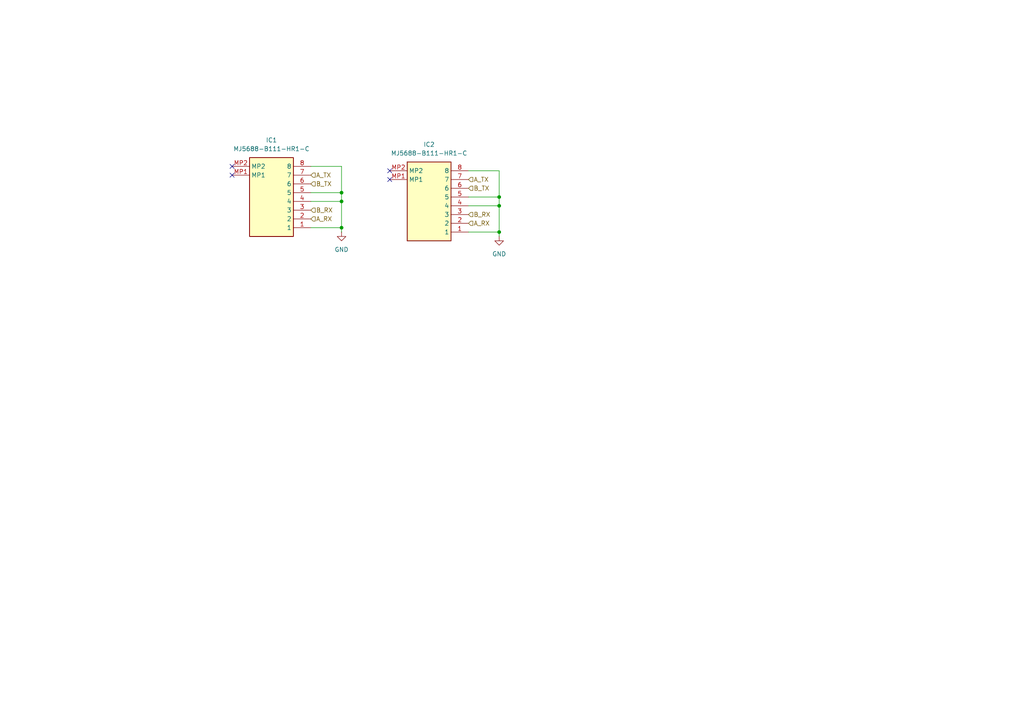
<source format=kicad_sch>
(kicad_sch
	(version 20231120)
	(generator "eeschema")
	(generator_version "8.0")
	(uuid "3757e263-ad52-48fe-9583-b07188bfe347")
	(paper "A4")
	(title_block
		(title "BioReactify Master")
		(rev "400")
		(comment 1 "Controller & Measurement Board")
		(comment 2 "Alexis Saldivar")
	)
	(lib_symbols
		(symbol "SamacSys_Parts:MJ5688-B111-HR1-C"
			(exclude_from_sim no)
			(in_bom yes)
			(on_board yes)
			(property "Reference" "IC"
				(at 19.05 7.62 0)
				(effects
					(font
						(size 1.27 1.27)
					)
					(justify left top)
				)
			)
			(property "Value" "MJ5688-B111-HR1-C"
				(at 19.05 5.08 0)
				(effects
					(font
						(size 1.27 1.27)
					)
					(justify left top)
				)
			)
			(property "Footprint" "MJ5688B111HR1C"
				(at 19.05 -94.92 0)
				(effects
					(font
						(size 1.27 1.27)
					)
					(justify left top)
					(hide yes)
				)
			)
			(property "Datasheet" "https://datasheet.lcsc.com/lcsc/2003281412_Heling-MJ5688-B111-HR1-C_C501471.pdf"
				(at 19.05 -194.92 0)
				(effects
					(font
						(size 1.27 1.27)
					)
					(justify left top)
					(hide yes)
				)
			)
			(property "Description" "RJ45 RJReceptacle 1 Yes Surface Mount Without LED -40~+80 SMD Ethernet Connectors/Modular Connectors (RJ45 RJ11) ROHS"
				(at 0 0 0)
				(effects
					(font
						(size 1.27 1.27)
					)
					(hide yes)
				)
			)
			(property "Height" "13.8"
				(at 19.05 -394.92 0)
				(effects
					(font
						(size 1.27 1.27)
					)
					(justify left top)
					(hide yes)
				)
			)
			(property "Manufacturer_Name" "Heling"
				(at 19.05 -494.92 0)
				(effects
					(font
						(size 1.27 1.27)
					)
					(justify left top)
					(hide yes)
				)
			)
			(property "Manufacturer_Part_Number" "MJ5688-B111-HR1-C"
				(at 19.05 -594.92 0)
				(effects
					(font
						(size 1.27 1.27)
					)
					(justify left top)
					(hide yes)
				)
			)
			(property "Mouser Part Number" ""
				(at 19.05 -694.92 0)
				(effects
					(font
						(size 1.27 1.27)
					)
					(justify left top)
					(hide yes)
				)
			)
			(property "Mouser Price/Stock" ""
				(at 19.05 -794.92 0)
				(effects
					(font
						(size 1.27 1.27)
					)
					(justify left top)
					(hide yes)
				)
			)
			(property "Arrow Part Number" ""
				(at 19.05 -894.92 0)
				(effects
					(font
						(size 1.27 1.27)
					)
					(justify left top)
					(hide yes)
				)
			)
			(property "Arrow Price/Stock" ""
				(at 19.05 -994.92 0)
				(effects
					(font
						(size 1.27 1.27)
					)
					(justify left top)
					(hide yes)
				)
			)
			(symbol "MJ5688-B111-HR1-C_1_1"
				(rectangle
					(start 5.08 2.54)
					(end 17.78 -20.32)
					(stroke
						(width 0.254)
						(type default)
					)
					(fill
						(type background)
					)
				)
				(pin passive line
					(at 22.86 -17.78 180)
					(length 5.08)
					(name "1"
						(effects
							(font
								(size 1.27 1.27)
							)
						)
					)
					(number "1"
						(effects
							(font
								(size 1.27 1.27)
							)
						)
					)
				)
				(pin passive line
					(at 22.86 -15.24 180)
					(length 5.08)
					(name "2"
						(effects
							(font
								(size 1.27 1.27)
							)
						)
					)
					(number "2"
						(effects
							(font
								(size 1.27 1.27)
							)
						)
					)
				)
				(pin passive line
					(at 22.86 -12.7 180)
					(length 5.08)
					(name "3"
						(effects
							(font
								(size 1.27 1.27)
							)
						)
					)
					(number "3"
						(effects
							(font
								(size 1.27 1.27)
							)
						)
					)
				)
				(pin passive line
					(at 22.86 -10.16 180)
					(length 5.08)
					(name "4"
						(effects
							(font
								(size 1.27 1.27)
							)
						)
					)
					(number "4"
						(effects
							(font
								(size 1.27 1.27)
							)
						)
					)
				)
				(pin passive line
					(at 22.86 -7.62 180)
					(length 5.08)
					(name "5"
						(effects
							(font
								(size 1.27 1.27)
							)
						)
					)
					(number "5"
						(effects
							(font
								(size 1.27 1.27)
							)
						)
					)
				)
				(pin passive line
					(at 22.86 -5.08 180)
					(length 5.08)
					(name "6"
						(effects
							(font
								(size 1.27 1.27)
							)
						)
					)
					(number "6"
						(effects
							(font
								(size 1.27 1.27)
							)
						)
					)
				)
				(pin passive line
					(at 22.86 -2.54 180)
					(length 5.08)
					(name "7"
						(effects
							(font
								(size 1.27 1.27)
							)
						)
					)
					(number "7"
						(effects
							(font
								(size 1.27 1.27)
							)
						)
					)
				)
				(pin passive line
					(at 22.86 0 180)
					(length 5.08)
					(name "8"
						(effects
							(font
								(size 1.27 1.27)
							)
						)
					)
					(number "8"
						(effects
							(font
								(size 1.27 1.27)
							)
						)
					)
				)
				(pin passive line
					(at 0 -2.54 0)
					(length 5.08)
					(name "MP1"
						(effects
							(font
								(size 1.27 1.27)
							)
						)
					)
					(number "MP1"
						(effects
							(font
								(size 1.27 1.27)
							)
						)
					)
				)
				(pin passive line
					(at 0 0 0)
					(length 5.08)
					(name "MP2"
						(effects
							(font
								(size 1.27 1.27)
							)
						)
					)
					(number "MP2"
						(effects
							(font
								(size 1.27 1.27)
							)
						)
					)
				)
			)
		)
		(symbol "power:GND"
			(power)
			(pin_numbers hide)
			(pin_names
				(offset 0) hide)
			(exclude_from_sim no)
			(in_bom yes)
			(on_board yes)
			(property "Reference" "#PWR"
				(at 0 -6.35 0)
				(effects
					(font
						(size 1.27 1.27)
					)
					(hide yes)
				)
			)
			(property "Value" "GND"
				(at 0 -3.81 0)
				(effects
					(font
						(size 1.27 1.27)
					)
				)
			)
			(property "Footprint" ""
				(at 0 0 0)
				(effects
					(font
						(size 1.27 1.27)
					)
					(hide yes)
				)
			)
			(property "Datasheet" ""
				(at 0 0 0)
				(effects
					(font
						(size 1.27 1.27)
					)
					(hide yes)
				)
			)
			(property "Description" "Power symbol creates a global label with name \"GND\" , ground"
				(at 0 0 0)
				(effects
					(font
						(size 1.27 1.27)
					)
					(hide yes)
				)
			)
			(property "ki_keywords" "global power"
				(at 0 0 0)
				(effects
					(font
						(size 1.27 1.27)
					)
					(hide yes)
				)
			)
			(symbol "GND_0_1"
				(polyline
					(pts
						(xy 0 0) (xy 0 -1.27) (xy 1.27 -1.27) (xy 0 -2.54) (xy -1.27 -1.27) (xy 0 -1.27)
					)
					(stroke
						(width 0)
						(type default)
					)
					(fill
						(type none)
					)
				)
			)
			(symbol "GND_1_1"
				(pin power_in line
					(at 0 0 270)
					(length 0)
					(name "~"
						(effects
							(font
								(size 1.27 1.27)
							)
						)
					)
					(number "1"
						(effects
							(font
								(size 1.27 1.27)
							)
						)
					)
				)
			)
		)
	)
	(junction
		(at 144.78 59.69)
		(diameter 0)
		(color 0 0 0 0)
		(uuid "21ffc9d5-5e3c-422c-8ebc-bcd50dd5f0c6")
	)
	(junction
		(at 99.06 66.04)
		(diameter 0)
		(color 0 0 0 0)
		(uuid "7ce78dce-693b-4970-ac91-491628f6092d")
	)
	(junction
		(at 99.06 58.42)
		(diameter 0)
		(color 0 0 0 0)
		(uuid "7d6bad95-a3ea-4abb-a1e1-6bc995719eae")
	)
	(junction
		(at 99.06 55.88)
		(diameter 0)
		(color 0 0 0 0)
		(uuid "b7edeeee-b28b-4e4f-bf71-29ab8ac4cd34")
	)
	(junction
		(at 144.78 57.15)
		(diameter 0)
		(color 0 0 0 0)
		(uuid "bc4a9b3a-562e-4794-a461-b39d4756e9bd")
	)
	(junction
		(at 144.78 67.31)
		(diameter 0)
		(color 0 0 0 0)
		(uuid "ec77ac28-f961-43ee-b865-4213a1f5336d")
	)
	(no_connect
		(at 113.03 52.07)
		(uuid "14d428b5-717c-4c8b-b39b-a3b0a727ea29")
	)
	(no_connect
		(at 67.31 50.8)
		(uuid "8202026a-7d2d-42ee-97b2-fd82f767994d")
	)
	(no_connect
		(at 113.03 49.53)
		(uuid "8a84ab3d-de51-4481-b976-4e8189b693f8")
	)
	(no_connect
		(at 67.31 48.26)
		(uuid "f1fa1a22-28b1-4065-96f6-8ebdfc2db51d")
	)
	(wire
		(pts
			(xy 144.78 67.31) (xy 144.78 68.58)
		)
		(stroke
			(width 0)
			(type default)
		)
		(uuid "2967cbb5-4650-4b03-8450-0e6ef99deb58")
	)
	(wire
		(pts
			(xy 90.17 55.88) (xy 99.06 55.88)
		)
		(stroke
			(width 0)
			(type default)
		)
		(uuid "3c69d9f1-b238-4490-9636-b154c4754157")
	)
	(wire
		(pts
			(xy 144.78 49.53) (xy 144.78 57.15)
		)
		(stroke
			(width 0)
			(type default)
		)
		(uuid "41985684-8adc-404f-b295-17981e9f8c5e")
	)
	(wire
		(pts
			(xy 135.89 59.69) (xy 144.78 59.69)
		)
		(stroke
			(width 0)
			(type default)
		)
		(uuid "57d2653d-7869-44db-aa45-9d18cd96447e")
	)
	(wire
		(pts
			(xy 135.89 57.15) (xy 144.78 57.15)
		)
		(stroke
			(width 0)
			(type default)
		)
		(uuid "7a89cc7b-a516-4c39-9957-3562264e186c")
	)
	(wire
		(pts
			(xy 135.89 67.31) (xy 144.78 67.31)
		)
		(stroke
			(width 0)
			(type default)
		)
		(uuid "8eb03ef6-9ec8-4f6c-aea9-81da37c00400")
	)
	(wire
		(pts
			(xy 99.06 66.04) (xy 99.06 67.31)
		)
		(stroke
			(width 0)
			(type default)
		)
		(uuid "923c91f9-be60-4065-960e-b12dc273e95d")
	)
	(wire
		(pts
			(xy 99.06 48.26) (xy 99.06 55.88)
		)
		(stroke
			(width 0)
			(type default)
		)
		(uuid "94f8ad92-4b7a-40a3-a741-b665de58254a")
	)
	(wire
		(pts
			(xy 90.17 48.26) (xy 99.06 48.26)
		)
		(stroke
			(width 0)
			(type default)
		)
		(uuid "9c0bd387-f848-4503-a7d7-8b1702f0f766")
	)
	(wire
		(pts
			(xy 135.89 49.53) (xy 144.78 49.53)
		)
		(stroke
			(width 0)
			(type default)
		)
		(uuid "a4e78ef8-e452-42a1-837f-f619a658d553")
	)
	(wire
		(pts
			(xy 90.17 66.04) (xy 99.06 66.04)
		)
		(stroke
			(width 0)
			(type default)
		)
		(uuid "ab77e051-6824-4423-b6b4-3949e3e8a61d")
	)
	(wire
		(pts
			(xy 99.06 55.88) (xy 99.06 58.42)
		)
		(stroke
			(width 0)
			(type default)
		)
		(uuid "bac55911-bc9e-462e-8c30-1259d4c9f9cb")
	)
	(wire
		(pts
			(xy 144.78 57.15) (xy 144.78 59.69)
		)
		(stroke
			(width 0)
			(type default)
		)
		(uuid "bafde46a-1aec-4b2f-a485-b4ef5f29e306")
	)
	(wire
		(pts
			(xy 99.06 58.42) (xy 99.06 66.04)
		)
		(stroke
			(width 0)
			(type default)
		)
		(uuid "d96a7d17-21d0-4bff-9adb-e9e39f690700")
	)
	(wire
		(pts
			(xy 144.78 59.69) (xy 144.78 67.31)
		)
		(stroke
			(width 0)
			(type default)
		)
		(uuid "e8ba1372-7142-4f5b-b2ff-3c4940aade4c")
	)
	(wire
		(pts
			(xy 90.17 58.42) (xy 99.06 58.42)
		)
		(stroke
			(width 0)
			(type default)
		)
		(uuid "fe25d0fa-fd7e-4adc-9117-d9887dce1bce")
	)
	(hierarchical_label "A_RX"
		(shape input)
		(at 135.89 64.77 0)
		(fields_autoplaced yes)
		(effects
			(font
				(size 1.27 1.27)
			)
			(justify left)
		)
		(uuid "1e9e474d-6dc5-43dd-b507-1686672116b7")
	)
	(hierarchical_label "B_RX"
		(shape input)
		(at 135.89 62.23 0)
		(fields_autoplaced yes)
		(effects
			(font
				(size 1.27 1.27)
			)
			(justify left)
		)
		(uuid "54ae551d-202f-4722-a430-4ac57ca8b0df")
	)
	(hierarchical_label "A_TX"
		(shape input)
		(at 90.17 50.8 0)
		(fields_autoplaced yes)
		(effects
			(font
				(size 1.27 1.27)
			)
			(justify left)
		)
		(uuid "55a74073-28a5-4a95-aefa-485491816272")
	)
	(hierarchical_label "B_TX"
		(shape input)
		(at 135.89 54.61 0)
		(fields_autoplaced yes)
		(effects
			(font
				(size 1.27 1.27)
			)
			(justify left)
		)
		(uuid "59a5cce0-e567-4d0a-b19a-19209d5932c9")
	)
	(hierarchical_label "A_RX"
		(shape input)
		(at 90.17 63.5 0)
		(fields_autoplaced yes)
		(effects
			(font
				(size 1.27 1.27)
			)
			(justify left)
		)
		(uuid "66786bb0-e198-468d-bfd5-f67b08e6ca64")
	)
	(hierarchical_label "B_TX"
		(shape input)
		(at 90.17 53.34 0)
		(fields_autoplaced yes)
		(effects
			(font
				(size 1.27 1.27)
			)
			(justify left)
		)
		(uuid "d8c86a43-71bc-49af-9e2f-d13b012e4304")
	)
	(hierarchical_label "A_TX"
		(shape input)
		(at 135.89 52.07 0)
		(fields_autoplaced yes)
		(effects
			(font
				(size 1.27 1.27)
			)
			(justify left)
		)
		(uuid "dada6dfa-0466-4ec7-bd70-c10f55eb2036")
	)
	(hierarchical_label "B_RX"
		(shape input)
		(at 90.17 60.96 0)
		(fields_autoplaced yes)
		(effects
			(font
				(size 1.27 1.27)
			)
			(justify left)
		)
		(uuid "ee81e822-8763-4e60-a746-1c572129614b")
	)
	(symbol
		(lib_id "power:GND")
		(at 99.06 67.31 0)
		(unit 1)
		(exclude_from_sim no)
		(in_bom yes)
		(on_board yes)
		(dnp no)
		(fields_autoplaced yes)
		(uuid "0d7efa99-2e49-4991-a527-dc84351ff992")
		(property "Reference" "#PWR050"
			(at 99.06 73.66 0)
			(effects
				(font
					(size 1.27 1.27)
				)
				(hide yes)
			)
		)
		(property "Value" "GND"
			(at 99.06 72.39 0)
			(effects
				(font
					(size 1.27 1.27)
				)
			)
		)
		(property "Footprint" ""
			(at 99.06 67.31 0)
			(effects
				(font
					(size 1.27 1.27)
				)
				(hide yes)
			)
		)
		(property "Datasheet" ""
			(at 99.06 67.31 0)
			(effects
				(font
					(size 1.27 1.27)
				)
				(hide yes)
			)
		)
		(property "Description" "Power symbol creates a global label with name \"GND\" , ground"
			(at 99.06 67.31 0)
			(effects
				(font
					(size 1.27 1.27)
				)
				(hide yes)
			)
		)
		(pin "1"
			(uuid "d0fb86ea-18a7-43a6-8e6f-bf335d181dce")
		)
		(instances
			(project "BioReactify"
				(path "/f275995d-e5b5-425a-b4cf-d04224d3feca/5bad9ef4-6db8-499b-bd61-d5674dd9ec9a"
					(reference "#PWR050")
					(unit 1)
				)
			)
		)
	)
	(symbol
		(lib_id "SamacSys_Parts:MJ5688-B111-HR1-C")
		(at 67.31 48.26 0)
		(unit 1)
		(exclude_from_sim no)
		(in_bom yes)
		(on_board yes)
		(dnp no)
		(fields_autoplaced yes)
		(uuid "d227fbc2-c30e-4c35-9d17-d2eed218bb64")
		(property "Reference" "IC1"
			(at 78.74 40.64 0)
			(effects
				(font
					(size 1.27 1.27)
				)
			)
		)
		(property "Value" "MJ5688-B111-HR1-C"
			(at 78.74 43.18 0)
			(effects
				(font
					(size 1.27 1.27)
				)
			)
		)
		(property "Footprint" "SamacSys_Parts:MJ5688B111HR1C"
			(at 86.36 143.18 0)
			(effects
				(font
					(size 1.27 1.27)
				)
				(justify left top)
				(hide yes)
			)
		)
		(property "Datasheet" "https://datasheet.lcsc.com/lcsc/2003281412_Heling-MJ5688-B111-HR1-C_C501471.pdf"
			(at 86.36 243.18 0)
			(effects
				(font
					(size 1.27 1.27)
				)
				(justify left top)
				(hide yes)
			)
		)
		(property "Description" "RJ45 RJReceptacle 1 Yes Surface Mount Without LED -40~+80 SMD Ethernet Connectors/Modular Connectors (RJ45 RJ11) ROHS"
			(at 67.31 48.26 0)
			(effects
				(font
					(size 1.27 1.27)
				)
				(hide yes)
			)
		)
		(property "Height" "13.8"
			(at 86.36 443.18 0)
			(effects
				(font
					(size 1.27 1.27)
				)
				(justify left top)
				(hide yes)
			)
		)
		(property "Manufacturer_Name" "Heling"
			(at 86.36 543.18 0)
			(effects
				(font
					(size 1.27 1.27)
				)
				(justify left top)
				(hide yes)
			)
		)
		(property "Manufacturer_Part_Number" "MJ5688-B111-HR1-C"
			(at 86.36 643.18 0)
			(effects
				(font
					(size 1.27 1.27)
				)
				(justify left top)
				(hide yes)
			)
		)
		(property "Mouser Part Number" ""
			(at 86.36 743.18 0)
			(effects
				(font
					(size 1.27 1.27)
				)
				(justify left top)
				(hide yes)
			)
		)
		(property "Mouser Price/Stock" ""
			(at 86.36 843.18 0)
			(effects
				(font
					(size 1.27 1.27)
				)
				(justify left top)
				(hide yes)
			)
		)
		(property "Arrow Part Number" ""
			(at 86.36 943.18 0)
			(effects
				(font
					(size 1.27 1.27)
				)
				(justify left top)
				(hide yes)
			)
		)
		(property "Arrow Price/Stock" ""
			(at 86.36 1043.18 0)
			(effects
				(font
					(size 1.27 1.27)
				)
				(justify left top)
				(hide yes)
			)
		)
		(pin "7"
			(uuid "ca9924ef-e342-41ed-b67f-bf0461ff79ce")
		)
		(pin "MP1"
			(uuid "9fcdbb81-bfa1-4fb2-b4ef-5a09d9071c59")
		)
		(pin "3"
			(uuid "5531380f-4053-4bce-bce1-06bae752ee72")
		)
		(pin "1"
			(uuid "7cca7d26-8853-414d-bb1b-5bb8bb9f3399")
		)
		(pin "4"
			(uuid "937bc162-aad2-42dd-874e-fbeb3f194e9a")
		)
		(pin "6"
			(uuid "427ef5d7-b945-48a5-a69e-ed47f3a0f079")
		)
		(pin "MP2"
			(uuid "011b571e-05d9-4cb8-a399-ade2190055a5")
		)
		(pin "2"
			(uuid "827557d4-5f7b-42f4-89c1-bbcac12d1adc")
		)
		(pin "5"
			(uuid "cc02ea19-27b0-46e2-9fa6-f5f447f6f416")
		)
		(pin "8"
			(uuid "954b8d7b-a4ef-4a47-945b-48791433fb45")
		)
		(instances
			(project "BioReactify"
				(path "/f275995d-e5b5-425a-b4cf-d04224d3feca/5bad9ef4-6db8-499b-bd61-d5674dd9ec9a"
					(reference "IC1")
					(unit 1)
				)
			)
		)
	)
	(symbol
		(lib_id "power:GND")
		(at 144.78 68.58 0)
		(unit 1)
		(exclude_from_sim no)
		(in_bom yes)
		(on_board yes)
		(dnp no)
		(fields_autoplaced yes)
		(uuid "e5fb6030-4cec-45b0-9c14-5d0009f7d371")
		(property "Reference" "#PWR051"
			(at 144.78 74.93 0)
			(effects
				(font
					(size 1.27 1.27)
				)
				(hide yes)
			)
		)
		(property "Value" "GND"
			(at 144.78 73.66 0)
			(effects
				(font
					(size 1.27 1.27)
				)
			)
		)
		(property "Footprint" ""
			(at 144.78 68.58 0)
			(effects
				(font
					(size 1.27 1.27)
				)
				(hide yes)
			)
		)
		(property "Datasheet" ""
			(at 144.78 68.58 0)
			(effects
				(font
					(size 1.27 1.27)
				)
				(hide yes)
			)
		)
		(property "Description" "Power symbol creates a global label with name \"GND\" , ground"
			(at 144.78 68.58 0)
			(effects
				(font
					(size 1.27 1.27)
				)
				(hide yes)
			)
		)
		(pin "1"
			(uuid "5d189b08-48c5-4812-a7fb-78a70513d8b5")
		)
		(instances
			(project "BioReactify"
				(path "/f275995d-e5b5-425a-b4cf-d04224d3feca/5bad9ef4-6db8-499b-bd61-d5674dd9ec9a"
					(reference "#PWR051")
					(unit 1)
				)
			)
		)
	)
	(symbol
		(lib_id "SamacSys_Parts:MJ5688-B111-HR1-C")
		(at 113.03 49.53 0)
		(unit 1)
		(exclude_from_sim no)
		(in_bom yes)
		(on_board yes)
		(dnp no)
		(fields_autoplaced yes)
		(uuid "fcc11533-ac8d-4fb8-8786-592fdd2d4f3d")
		(property "Reference" "IC2"
			(at 124.46 41.91 0)
			(effects
				(font
					(size 1.27 1.27)
				)
			)
		)
		(property "Value" "MJ5688-B111-HR1-C"
			(at 124.46 44.45 0)
			(effects
				(font
					(size 1.27 1.27)
				)
			)
		)
		(property "Footprint" "SamacSys_Parts:MJ5688B111HR1C"
			(at 132.08 144.45 0)
			(effects
				(font
					(size 1.27 1.27)
				)
				(justify left top)
				(hide yes)
			)
		)
		(property "Datasheet" "https://datasheet.lcsc.com/lcsc/2003281412_Heling-MJ5688-B111-HR1-C_C501471.pdf"
			(at 132.08 244.45 0)
			(effects
				(font
					(size 1.27 1.27)
				)
				(justify left top)
				(hide yes)
			)
		)
		(property "Description" "RJ45 RJReceptacle 1 Yes Surface Mount Without LED -40~+80 SMD Ethernet Connectors/Modular Connectors (RJ45 RJ11) ROHS"
			(at 113.03 49.53 0)
			(effects
				(font
					(size 1.27 1.27)
				)
				(hide yes)
			)
		)
		(property "Height" "13.8"
			(at 132.08 444.45 0)
			(effects
				(font
					(size 1.27 1.27)
				)
				(justify left top)
				(hide yes)
			)
		)
		(property "Manufacturer_Name" "Heling"
			(at 132.08 544.45 0)
			(effects
				(font
					(size 1.27 1.27)
				)
				(justify left top)
				(hide yes)
			)
		)
		(property "Manufacturer_Part_Number" "MJ5688-B111-HR1-C"
			(at 132.08 644.45 0)
			(effects
				(font
					(size 1.27 1.27)
				)
				(justify left top)
				(hide yes)
			)
		)
		(property "Mouser Part Number" ""
			(at 132.08 744.45 0)
			(effects
				(font
					(size 1.27 1.27)
				)
				(justify left top)
				(hide yes)
			)
		)
		(property "Mouser Price/Stock" ""
			(at 132.08 844.45 0)
			(effects
				(font
					(size 1.27 1.27)
				)
				(justify left top)
				(hide yes)
			)
		)
		(property "Arrow Part Number" ""
			(at 132.08 944.45 0)
			(effects
				(font
					(size 1.27 1.27)
				)
				(justify left top)
				(hide yes)
			)
		)
		(property "Arrow Price/Stock" ""
			(at 132.08 1044.45 0)
			(effects
				(font
					(size 1.27 1.27)
				)
				(justify left top)
				(hide yes)
			)
		)
		(pin "7"
			(uuid "ffa7343c-5fdb-4a50-83b6-1eb395eb255f")
		)
		(pin "MP1"
			(uuid "36ef2f9d-9349-4248-9013-228c094d3ed6")
		)
		(pin "3"
			(uuid "644cf216-30b4-4380-a041-f268fdc33f75")
		)
		(pin "1"
			(uuid "dee2f7f7-621d-4608-9834-e1e1c531a015")
		)
		(pin "4"
			(uuid "ee2629bb-e3e9-4014-a76c-e17e9f2af1ae")
		)
		(pin "6"
			(uuid "5b069ad0-25bd-4724-86de-d1b8244d7ded")
		)
		(pin "MP2"
			(uuid "b9a433f8-166a-486a-a49f-47851db73ca7")
		)
		(pin "2"
			(uuid "c40f3698-a3dc-4f3c-af80-18c27e0b33af")
		)
		(pin "5"
			(uuid "e78ea1a1-62fe-4fe5-bd0f-128004e85646")
		)
		(pin "8"
			(uuid "7d047d03-a594-4eaf-ad77-f103dc7a27b3")
		)
		(instances
			(project "BioReactify"
				(path "/f275995d-e5b5-425a-b4cf-d04224d3feca/5bad9ef4-6db8-499b-bd61-d5674dd9ec9a"
					(reference "IC2")
					(unit 1)
				)
			)
		)
	)
)
</source>
